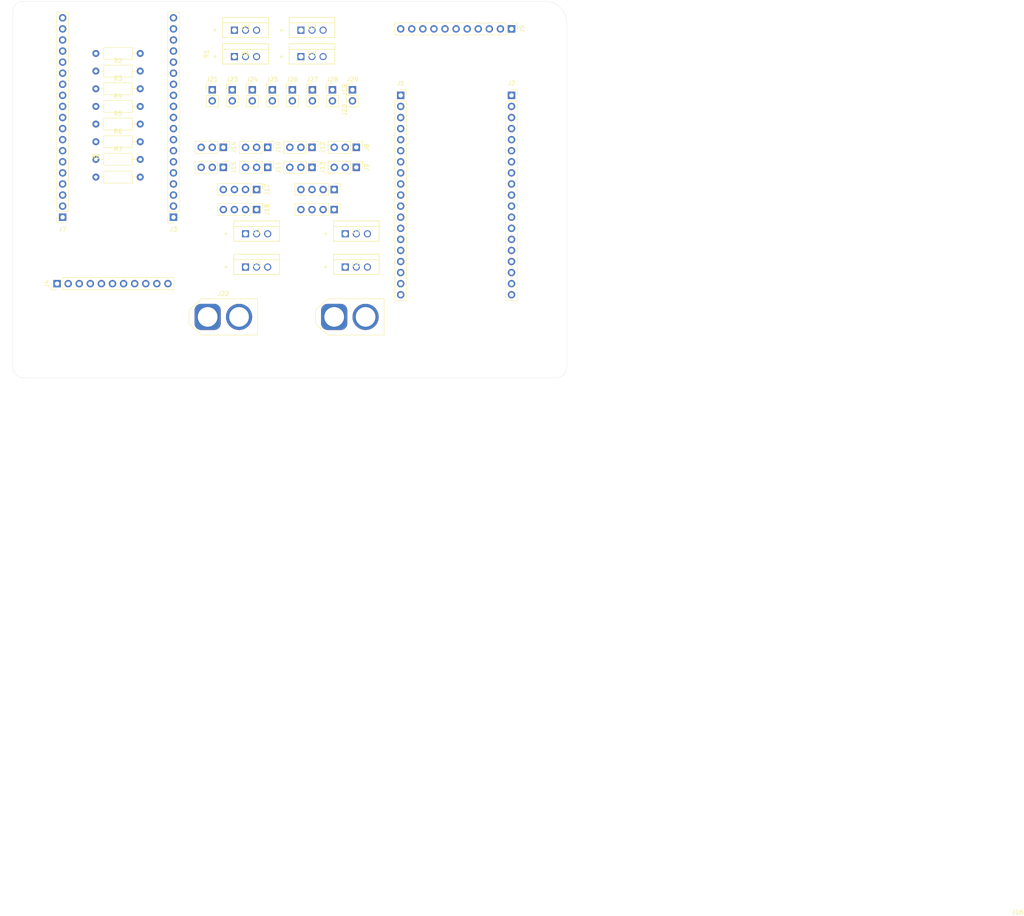
<source format=kicad_pcb>
(kicad_pcb (version 20241229) (generator "pcbnew") (generator_version "9.0")
  (layers (0 "F.Cu" signal) (2 "B.Cu" signal) (13 "F.Paste" user) (15 "B.Paste" user) (5 "F.SilkS" user "F.Silkscreen") (7 "B.SilkS" user "B.Silkscreen") (1 "F.Mask" user) (3 "B.Mask" user) (25 "Edge.Cuts" user))
  (net 0 "")
  (net 1 "0_GPIO25")
  (net 2 "0_GPIO13")
  (net 3 "0_GPIO12")
  (net 4 "0_GPIO26")
  (net 5 "0_GPIO35")
  (net 6 "0_GPIO33")
  (net 7 "0_EN")
  (net 8 "0_+3V3")
  (net 9 "0_GPIO39")
  (net 10 "0_GPIO32")
  (net 11 "GND")
  (net 12 "0_GPIO27")
  (net 13 "0_GPIO14")
  (net 14 "0_GPIO9")
  (net 15 "0_GPIO34")
  (net 16 "0_GPIO10")
  (net 17 "0_GPIO11")
  (net 18 "0_GPIO36")
  (net 19 "0_+5V")
  (net 20 "0_GPIO23")
  (net 21 "0_GPIO3")
  (net 22 "0_GPIO17")
  (net 23 "0_GPIO19")
  (net 24 "0_GPIO18")
  (net 25 "0_GPIO5")
  (net 26 "0_GPIO16")
  (net 27 "0_GPIO0")
  (net 28 "0_GPIO4")
  (net 29 "0_GPIO21")
  (net 30 "0_GPIO8")
  (net 31 "0_GPIO6")
  (net 32 "0_GPIO15")
  (net 33 "0_GPIO22")
  (net 34 "0_GPIO1")
  (net 35 "0_GPIO2")
  (net 36 "0_GPIO7")
  (net 37 "1_GPIO10")
  (net 38 "1_GPIO25")
  (net 39 "1_GPIO11")
  (net 40 "1_+5V")
  (net 41 "1_GPIO27")
  (net 42 "1_GPIO33")
  (net 43 "1_EN")
  (net 44 "1_GPIO36")
  (net 45 "1_GPIO13")
  (net 46 "1_GPIO35")
  (net 47 "1_GPIO32")
  (net 48 "1_GPIO39")
  (net 49 "1_GPIO34")
  (net 50 "1_GPIO26")
  (net 51 "1_GPIO12")
  (net 52 "1_GPIO9")
  (net 53 "1_+3V3")
  (net 54 "1_GPIO14")
  (net 65 "1_GPIO5")
  (net 66 "1_GPIO7")
  (net 67 "1_GPIO6")
  (net 68 "1_GPIO4")
  (net 69 "1_GPIO18")
  (net 70 "1_GPIO22")
  (net 71 "1_GPIO16")
  (net 72 "1_GPIO2")
  (net 73 "1_GPIO19")
  (net 74 "1_GPIO8")
  (net 75 "1_GPIO21")
  (net 76 "1_GPIO17")
  (net 77 "1_GPIO0")
  (net 78 "1_GZPIO3")
  (net 79 "1_GPIO15")
  (net 80 "1_GPIO1")
  (net 81 "1_GPIO23")
  (net 82 "+_servo")
  (net 83 "Net-(J21-Pin_1)")
  (net 84 "+_SV")
  (net 85 "Net-(J23-Pin_1)")
  (net 86 "Net-(J24-Pin_1)")
  (net 87 "Net-(J25-Pin_1)")
  (net 88 "Net-(J26-Pin_1)")
  (net 89 "Net-(J27-Pin_1)")
  (net 90 "Net-(J28-Pin_1)")
  (net 91 "Net-(J29-Pin_1)")
  (net 92 "Net-(U1-G)")
  (net 93 "Net-(U2-G)")
  (net 94 "Net-(U3-G)")
  (net 95 "Net-(U4-G)")
  (net 96 "Net-(U5-G)")
  (net 97 "Net-(U6-G)")
  (net 98 "Net-(U7-G)")
  (net 99 "Net-(U8-G)")
  (footprint "Resistor_THT:R_Axial_DIN0207_L6.3mm_D2.5mm_P10.16mm_Horizontal" (layer "F.Cu") (at 128.27 84.54)
    (property "Reference" "R7" (at 5.08 -2.37 0) (layer "F.SilkS"))
    (property "Value" "R")
    (pad "1" thru_hole circle (at 0 0) (size 1.6 1.6) (drill 0.8) (layers "*.Cu" "*.Mask") (net 98 "Net-(U7-G)"))
    (pad "2" thru_hole circle (at 10.16 0) (size 1.6 1.6) (drill 0.8) (layers "*.Cu" "*.Mask") (net 71 "1_GPIO16"))
  )
  (footprint "Resistor_THT:R_Axial_DIN0207_L6.3mm_D2.5mm_P10.16mm_Horizontal" (layer "F.Cu") (at 128.27 80.49)
    (property "Reference" "R6" (at 5.08 -2.37 0) (layer "F.SilkS"))
    (property "Value" "R")
    (pad "1" thru_hole circle (at 0 0) (size 1.6 1.6) (drill 0.8) (layers "*.Cu" "*.Mask") (net 97 "Net-(U6-G)"))
    (pad "2" thru_hole circle (at 10.16 0) (size 1.6 1.6) (drill 0.8) (layers "*.Cu" "*.Mask") (net 76 "1_GPIO17"))
  )
  (footprint "Connector_PinHeader_2.54mm:PinHeader_1x03_P2.54mm_Vertical" (layer "F.Cu") (at 177.8 81.77 -90)
    (property "Reference" "J12" (at 0 -2.38 90) (layer "F.SilkS"))
    (property "Value" "Conn_01x03_Pin")
    (pad "1" thru_hole rect (at 0 0 270) (size 1.7 1.7) (drill 1) (layers "*.Cu" "*.Mask") (net 54 "1_GPIO14"))
    (pad "2" thru_hole circle (at 0 2.54 270) (size 1.7 1.7) (drill 1) (layers "*.Cu" "*.Mask") (net 82 "+_servo"))
    (pad "3" thru_hole circle (at 0 5.08 270) (size 1.7 1.7) (drill 1) (layers "*.Cu" "*.Mask") (net 11 "GND"))
  )
  (footprint "Connector_PinHeader_2.54mm:PinHeader_1x02_P2.54mm_Vertical" (layer "F.Cu") (at 187.07 68.58)
    (property "Reference" "J29" (at 0 -2.38 0) (layer "F.SilkS"))
    (property "Value" "Conn_01x02_Pin")
    (pad "1" thru_hole rect (at 0 0) (size 1.7 1.7) (drill 1) (layers "*.Cu" "*.Mask") (net 91 "Net-(J29-Pin_1)"))
    (pad "2" thru_hole circle (at 0 2.54) (size 1.7 1.7) (drill 1) (layers "*.Cu" "*.Mask") (net 84 "+_SV"))
  )
  (footprint "Connector_PinHeader_2.54mm:PinHeader_1x11_P2.54mm_Vertical" (layer "F.Cu") (at 119.38 113.03 90)
    (property "Reference" "J4" (at 0 -2.38 90) (layer "F.SilkS"))
    (property "Value" "Conn_01x11_Pin")
    (pad "1" thru_hole rect (at 0 0 90) (size 1.7 1.7) (drill 1) (layers "*.Cu" "*.Mask") (net 11 "GND"))
    (pad "2" thru_hole circle (at 0 2.54 90) (size 1.7 1.7) (drill 1) (layers "*.Cu" "*.Mask"))
    (pad "3" thru_hole circle (at 0 5.08 90) (size 1.7 1.7) (drill 1) (layers "*.Cu" "*.Mask") (net 11 "GND"))
    (pad "4" thru_hole circle (at 0 7.62 90) (size 1.7 1.7) (drill 1) (layers "*.Cu" "*.Mask"))
    (pad "5" thru_hole circle (at 0 10.16 90) (size 1.7 1.7) (drill 1) (layers "*.Cu" "*.Mask") (net 6 "0_GPIO33"))
    (pad "6" thru_hole circle (at 0 12.7 90) (size 1.7 1.7) (drill 1) (layers "*.Cu" "*.Mask"))
    (pad "7" thru_hole circle (at 0 15.24 90) (size 1.7 1.7) (drill 1) (layers "*.Cu" "*.Mask") (net 4 "0_GPIO26"))
    (pad "8" thru_hole circle (at 0 17.78 90) (size 1.7 1.7) (drill 1) (layers "*.Cu" "*.Mask"))
    (pad "9" thru_hole circle (at 0 20.32 90) (size 1.7 1.7) (drill 1) (layers "*.Cu" "*.Mask") (net 10 "0_GPIO32"))
    (pad "10" thru_hole circle (at 0 22.86 90) (size 1.7 1.7) (drill 1) (layers "*.Cu" "*.Mask"))
    (pad "11" thru_hole circle (at 0 25.4 90) (size 1.7 1.7) (drill 1) (layers "*.Cu" "*.Mask") (net 1 "0_GPIO25"))
  )
  (footprint "footprints:PG-TO220-3_INF" (layer "F.Cu") (at 175.26 54.9054)
    (property "Reference" "U7" (at 2.54 -0.6223 0) (layer "F.SilkS"))
    (property "Value" "IRLB3813PBF")
    (pad "1" thru_hole rect (at 0 0) (size 1.6256 1.6256) (drill 1.1176) (layers "*.Cu" "*.Mask") (net 98 "Net-(U7-G)"))
    (pad "2" thru_hole circle (at 2.54 0) (size 1.6256 1.6256) (drill 1.1176) (layers "*.Cu" "*.Mask") (net 90 "Net-(J28-Pin_1)"))
    (pad "3" thru_hole circle (at 5.08 0) (size 1.6256 1.6256) (drill 1.1176) (layers "*.Cu" "*.Mask") (net 11 "GND"))
  )
  (footprint "Connector_AMASS:AMASS_XT60-F_1x02_P7.20mm_Vertical" (layer "F.Cu") (at 153.88 120.65)
    (property "Reference" "J22" (at 3.6 -5.3 0) (layer "F.SilkS"))
    (property "Value" "XT60-M")
    (pad "1" thru_hole roundrect (at 0 0) (size 6 6) (drill 4.5) (layers "*.Cu" "*.Mask"))
    (pad "2" thru_hole circle (at 7.2 0) (size 6 6) (drill 4.5) (layers "*.Cu" "*.Mask"))
  )
  (footprint "footprints:PG-TO220-3_INF" (layer "F.Cu") (at 185.42 101.6)
    (property "Reference" "U2" (at 2.54 -0.6223 0) (layer "F.SilkS"))
    (property "Value" "IRLB3813PBF")
    (pad "1" thru_hole rect (at 0 0) (size 1.6256 1.6256) (drill 1.1176) (layers "*.Cu" "*.Mask") (net 93 "Net-(U2-G)"))
    (pad "2" thru_hole circle (at 2.54 0) (size 1.6256 1.6256) (drill 1.1176) (layers "*.Cu" "*.Mask") (net 85 "Net-(J23-Pin_1)"))
    (pad "3" thru_hole circle (at 5.08 0) (size 1.6256 1.6256) (drill 1.1176) (layers "*.Cu" "*.Mask") (net 11 "GND"))
  )
  (footprint "footprints:PG-TO220-3_INF" (layer "F.Cu") (at 162.56 109.22)
    (property "Reference" "U5" (at 2.54 -0.6223 0) (layer "F.SilkS"))
    (property "Value" "IRLB3813PBF")
    (pad "1" thru_hole rect (at 0 0) (size 1.6256 1.6256) (drill 1.1176) (layers "*.Cu" "*.Mask") (net 96 "Net-(U5-G)"))
    (pad "2" thru_hole circle (at 2.54 0) (size 1.6256 1.6256) (drill 1.1176) (layers "*.Cu" "*.Mask") (net 88 "Net-(J26-Pin_1)"))
    (pad "3" thru_hole circle (at 5.08 0) (size 1.6256 1.6256) (drill 1.1176) (layers "*.Cu" "*.Mask") (net 11 "GND"))
  )
  (footprint "footprints:PG-TO220-3_INF" (layer "F.Cu") (at 185.42 109.22)
    (property "Reference" "U6" (at 2.54 -0.6223 0) (layer "F.SilkS"))
    (property "Value" "IRLB3813PBF")
    (pad "1" thru_hole rect (at 0 0) (size 1.6256 1.6256) (drill 1.1176) (layers "*.Cu" "*.Mask") (net 97 "Net-(U6-G)"))
    (pad "2" thru_hole circle (at 2.54 0) (size 1.6256 1.6256) (drill 1.1176) (layers "*.Cu" "*.Mask") (net 89 "Net-(J27-Pin_1)"))
    (pad "3" thru_hole circle (at 5.08 0) (size 1.6256 1.6256) (drill 1.1176) (layers "*.Cu" "*.Mask") (net 11 "GND"))
  )
  (footprint "Resistor_THT:R_Axial_DIN0207_L6.3mm_D2.5mm_P10.16mm_Horizontal" (layer "F.Cu") (at 128.27 68.34)
    (property "Reference" "R3" (at 5.08 -2.37 0) (layer "F.SilkS"))
    (property "Value" "R")
    (pad "1" thru_hole circle (at 0 0) (size 1.6 1.6) (drill 0.8) (layers "*.Cu" "*.Mask") (net 94 "Net-(U3-G)"))
    (pad "2" thru_hole circle (at 10.16 0) (size 1.6 1.6) (drill 0.8) (layers "*.Cu" "*.Mask") (net 73 "1_GPIO19"))
  )
  (footprint "footprints:PG-TO220-3_INF" (layer "F.Cu") (at 160.02 54.9054)
    (property "Reference" "U3" (at 2.54 -0.6223 0) (layer "F.SilkS"))
    (property "Value" "IRLB3813PBF")
    (pad "1" thru_hole rect (at 0 0) (size 1.6256 1.6256) (drill 1.1176) (layers "*.Cu" "*.Mask") (net 94 "Net-(U3-G)"))
    (pad "2" thru_hole circle (at 2.54 0) (size 1.6256 1.6256) (drill 1.1176) (layers "*.Cu" "*.Mask") (net 86 "Net-(J24-Pin_1)"))
    (pad "3" thru_hole circle (at 5.08 0) (size 1.6256 1.6256) (drill 1.1176) (layers "*.Cu" "*.Mask") (net 11 "GND"))
  )
  (footprint "Resistor_THT:R_Axial_DIN0207_L6.3mm_D2.5mm_P10.16mm_Horizontal" (layer "F.Cu") (at 128.27 64.29)
    (property "Reference" "R2" (at 5.08 -2.37 0) (layer "F.SilkS"))
    (property "Value" "R")
    (pad "1" thru_hole circle (at 0 0) (size 1.6 1.6) (drill 0.8) (layers "*.Cu" "*.Mask") (net 93 "Net-(U2-G)"))
    (pad "2" thru_hole circle (at 10.16 0) (size 1.6 1.6) (drill 0.8) (layers "*.Cu" "*.Mask") (net 75 "1_GPIO21"))
  )
  (footprint "Connector_PinHeader_2.54mm:PinHeader_1x03_P2.54mm_Vertical" (layer "F.Cu") (at 167.64 86.36 -90)
    (property "Reference" "J11" (at 0 -2.38 90) (layer "F.SilkS"))
    (property "Value" "Conn_01x03_Pin")
    (pad "1" thru_hole rect (at 0 0 270) (size 1.7 1.7) (drill 1) (layers "*.Cu" "*.Mask") (net 41 "1_GPIO27"))
    (pad "2" thru_hole circle (at 0 2.54 270) (size 1.7 1.7) (drill 1) (layers "*.Cu" "*.Mask") (net 82 "+_servo"))
    (pad "3" thru_hole circle (at 0 5.08 270) (size 1.7 1.7) (drill 1) (layers "*.Cu" "*.Mask") (net 11 "GND"))
  )
  (footprint "Connector_PinHeader_2.54mm:PinHeader_1x03_P2.54mm_Vertical" (layer "F.Cu") (at 187.96 86.36 -90)
    (property "Reference" "J9" (at 0 -2.38 90) (layer "F.SilkS"))
    (property "Value" "Conn_01x03_Pin")
    (pad "1" thru_hole rect (at 0 0 270) (size 1.7 1.7) (drill 1) (layers "*.Cu" "*.Mask") (net 42 "1_GPIO33"))
    (pad "2" thru_hole circle (at 0 2.54 270) (size 1.7 1.7) (drill 1) (layers "*.Cu" "*.Mask") (net 82 "+_servo"))
    (pad "3" thru_hole circle (at 0 5.08 270) (size 1.7 1.7) (drill 1) (layers "*.Cu" "*.Mask") (net 11 "GND"))
  )
  (footprint "Connector_PinHeader_2.54mm:PinHeader_1x04_P2.54mm_Vertical" (layer "F.Cu") (at 165.1 91.44 -90)
    (property "Reference" "J17" (at 0 -2.38 90) (layer "F.SilkS"))
    (property "Value" "Conn_01x04_Pin")
    (pad "1" thru_hole rect (at 0 0 270) (size 1.7 1.7) (drill 1) (layers "*.Cu" "*.Mask") (net 22 "0_GPIO17"))
    (pad "2" thru_hole circle (at 0 2.54 270) (size 1.7 1.7) (drill 1) (layers "*.Cu" "*.Mask") (net 8 "0_+3V3"))
    (pad "3" thru_hole circle (at 0 5.08 270) (size 1.7 1.7) (drill 1) (layers "*.Cu" "*.Mask") (net 24 "0_GPIO18"))
    (pad "4" thru_hole circle (at 0 7.62 270) (size 1.7 1.7) (drill 1) (layers "*.Cu" "*.Mask") (net 11 "GND"))
  )
  (footprint "Connector_PinHeader_2.54mm:PinHeader_1x02_P2.54mm_Vertical" (layer "F.Cu") (at 159.53 68.58)
    (property "Reference" "J23" (at 0 -2.38 0) (layer "F.SilkS"))
    (property "Value" "Conn_01x02_Pin")
    (pad "1" thru_hole rect (at 0 0) (size 1.7 1.7) (drill 1) (layers "*.Cu" "*.Mask") (net 85 "Net-(J23-Pin_1)"))
    (pad "2" thru_hole circle (at 0 2.54) (size 1.7 1.7) (drill 1) (layers "*.Cu" "*.Mask") (net 84 "+_SV"))
  )
  (footprint "Connector_PinHeader_2.54mm:PinHeader_1x02_P2.54mm_Vertical" (layer "F.Cu") (at 177.89 68.58)
    (property "Reference" "J27" (at 0 -2.38 0) (layer "F.SilkS"))
    (property "Value" "Conn_01x02_Pin")
    (pad "1" thru_hole rect (at 0 0) (size 1.7 1.7) (drill 1) (layers "*.Cu" "*.Mask") (net 89 "Net-(J27-Pin_1)"))
    (pad "2" thru_hole circle (at 0 2.54) (size 1.7 1.7) (drill 1) (layers "*.Cu" "*.Mask") (net 84 "+_SV"))
  )
  (footprint "Connector_PinHeader_2.54mm:PinHeader_1x02_P2.54mm_Vertical" (layer "F.Cu") (at 168.71 68.58)
    (property "Reference" "J25" (at 0 -2.38 0) (layer "F.SilkS"))
    (property "Value" "Conn_01x02_Pin")
    (pad "1" thru_hole rect (at 0 0) (size 1.7 1.7) (drill 1) (layers "*.Cu" "*.Mask") (net 87 "Net-(J25-Pin_1)"))
    (pad "2" thru_hole circle (at 0 2.54) (size 1.7 1.7) (drill 1) (layers "*.Cu" "*.Mask") (net 84 "+_SV"))
  )
  (footprint "Resistor_THT:R_Axial_DIN0207_L6.3mm_D2.5mm_P10.16mm_Horizontal" (layer "F.Cu") (at 128.27 60.24)
    (property "Reference" "R1" (at 25.34 0.11 270) (layer "F.SilkS"))
    (property "Value" "R")
    (pad "1" thru_hole circle (at 0 0) (size 1.6 1.6) (drill 0.8) (layers "*.Cu" "*.Mask") (net 92 "Net-(U1-G)"))
    (pad "2" thru_hole circle (at 10.16 0) (size 1.6 1.6) (drill 0.8) (layers "*.Cu" "*.Mask") (net 70 "1_GPIO22"))
  )
  (footprint "Connector_PinHeader_2.54mm:PinHeader_1x02_P2.54mm_Vertical" (layer "F.Cu") (at 164.12 68.58)
    (property "Reference" "J24" (at 0 -2.38 0) (layer "F.SilkS"))
    (property "Value" "Conn_01x02_Pin")
    (pad "1" thru_hole rect (at 0 0) (size 1.7 1.7) (drill 1) (layers "*.Cu" "*.Mask") (net 86 "Net-(J24-Pin_1)"))
    (pad "2" thru_hole circle (at 0 2.54) (size 1.7 1.7) (drill 1) (layers "*.Cu" "*.Mask") (net 84 "+_SV"))
  )
  (footprint "Connector_PinHeader_2.54mm:PinHeader_1x04_P2.54mm_Vertical" (layer "F.Cu") (at 182.88 96.03 -90)
    (property "Reference" "J20" (at -22.86 -2.38 90) (layer "F.SilkS"))
    (property "Value" "Conn_01x04_Pin")
    (pad "1" thru_hole rect (at 0 0 270) (size 1.7 1.7) (drill 1) (layers "*.Cu" "*.Mask") (net 20 "0_GPIO23"))
    (pad "2" thru_hole circle (at 0 2.54 270) (size 1.7 1.7) (drill 1) (layers "*.Cu" "*.Mask") (net 8 "0_+3V3"))
    (pad "3" thru_hole circle (at 0 5.08 270) (size 1.7 1.7) (drill 1) (layers "*.Cu" "*.Mask") (net 33 "0_GPIO22"))
    (pad "4" thru_hole circle (at 0 7.62 270) (size 1.7 1.7) (drill 1) (layers "*.Cu" "*.Mask") (net 11 "GND"))
  )
  (footprint "Connector_PinHeader_2.54mm:PinHeader_1x03_P2.54mm_Vertical" (layer "F.Cu") (at 187.96 81.77 -90)
    (property "Reference" "J8" (at 0 -2.38 90) (layer "F.SilkS"))
    (property "Value" "Conn_01x03_Pin")
    (pad "1" thru_hole rect (at 0 0 270) (size 1.7 1.7) (drill 1) (layers "*.Cu" "*.Mask") (net 47 "1_GPIO32"))
    (pad "2" thru_hole circle (at 0 2.54 270) (size 1.7 1.7) (drill 1) (layers "*.Cu" "*.Mask") (net 82 "+_servo"))
    (pad "3" thru_hole circle (at 0 5.08 270) (size 1.7 1.7) (drill 1) (layers "*.Cu" "*.Mask") (net 11 "GND"))
  )
  (footprint "Connector_PinSocket_2.54mm:PinSocket_1x19_P2.54mm_Vertical" (layer "F.Cu") (at 198.12 69.85)
    (property "Reference" "J1" (at 0 -2.77 0) (layer "F.SilkS"))
    (property "Value" "Conn_01x19")
    (pad "1" thru_hole rect (at 0 0) (size 1.7 1.7) (drill 1) (layers "*.Cu" "*.Mask") (net 8 "0_+3V3"))
    (pad "2" thru_hole circle (at 0 2.54) (size 1.7 1.7) (drill 1) (layers "*.Cu" "*.Mask") (net 7 "0_EN"))
    (pad "3" thru_hole circle (at 0 5.08) (size 1.7 1.7) (drill 1) (layers "*.Cu" "*.Mask") (net 18 "0_GPIO36"))
    (pad "4" thru_hole circle (at 0 7.62) (size 1.7 1.7) (drill 1) (layers "*.Cu" "*.Mask") (net 9 "0_GPIO39"))
    (pad "5" thru_hole circle (at 0 10.16) (size 1.7 1.7) (drill 1) (layers "*.Cu" "*.Mask") (net 15 "0_GPIO34"))
    (pad "6" thru_hole circle (at 0 12.7) (size 1.7 1.7) (drill 1) (layers "*.Cu" "*.Mask") (net 5 "0_GPIO35"))
    (pad "7" thru_hole circle (at 0 15.24) (size 1.7 1.7) (drill 1) (layers "*.Cu" "*.Mask") (net 10 "0_GPIO32"))
    (pad "8" thru_hole circle (at 0 17.78) (size 1.7 1.7) (drill 1) (layers "*.Cu" "*.Mask") (net 6 "0_GPIO33"))
    (pad "9" thru_hole circle (at 0 20.32) (size 1.7 1.7) (drill 1) (layers "*.Cu" "*.Mask") (net 1 "0_GPIO25"))
    (pad "10" thru_hole circle (at 0 22.86) (size 1.7 1.7) (drill 1) (layers "*.Cu" "*.Mask") (net 4 "0_GPIO26"))
    (pad "11" thru_hole circle (at 0 25.4) (size 1.7 1.7) (drill 1) (layers "*.Cu" "*.Mask") (net 12 "0_GPIO27"))
    (pad "12" thru_hole circle (at 0 27.94) (size 1.7 1.7) (drill 1) (layers "*.Cu" "*.Mask") (net 13 "0_GPIO14"))
    (pad "13" thru_hole circle (at 0 30.48) (size 1.7 1.7) (drill 1) (layers "*.Cu" "*.Mask") (net 3 "0_GPIO12"))
    (pad "14" thru_hole circle (at 0 33.02) (size 1.7 1.7) (drill 1) (layers "*.Cu" "*.Mask") (net 11 "GND"))
    (pad "15" thru_hole circle (at 0 35.56) (size 1.7 1.7) (drill 1) (layers "*.Cu" "*.Mask") (net 2 "0_GPIO13"))
    (pad "16" thru_hole circle (at 0 38.1) (size 1.7 1.7) (drill 1) (layers "*.Cu" "*.Mask") (net 14 "0_GPIO9"))
    (pad "17" thru_hole circle (at 0 40.64) (size 1.7 1.7) (drill 1) (layers "*.Cu" "*.Mask") (net 16 "0_GPIO10"))
    (pad "18" thru_hole circle (at 0 43.18) (size 1.7 1.7) (drill 1) (layers "*.Cu" "*.Mask") (net 17 "0_GPIO11"))
    (pad "19" thru_hole circle (at 0 45.72) (size 1.7 1.7) (drill 1) (layers "*.Cu" "*.Mask") (net 19 "0_+5V"))
  )
  (footprint "Connector_PinSocket_2.54mm:PinSocket_1x19_P2.54mm_Vertical" (layer "F.Cu") (at 223.52 69.85)
    (property "Reference" "J2" (at 0 -2.77 0) (layer "F.SilkS"))
    (property "Value" "Conn_01x19")
    (pad "1" thru_hole rect (at 0 0) (size 1.7 1.7) (drill 1) (layers "*.Cu" "*.Mask") (net 11 "GND"))
    (pad "2" thru_hole circle (at 0 2.54) (size 1.7 1.7) (drill 1) (layers "*.Cu" "*.Mask") (net 20 "0_GPIO23"))
    (pad "3" thru_hole circle (at 0 5.08) (size 1.7 1.7) (drill 1) (layers "*.Cu" "*.Mask") (net 33 "0_GPIO22"))
    (pad "4" thru_hole circle (at 0 7.62) (size 1.7 1.7) (drill 1) (layers "*.Cu" "*.Mask") (net 34 "0_GPIO1"))
    (pad "5" thru_hole circle (at 0 10.16) (size 1.7 1.7) (drill 1) (layers "*.Cu" "*.Mask") (net 21 "0_GPIO3"))
    (pad "6" thru_hole circle (at 0 12.7) (size 1.7 1.7) (drill 1) (layers "*.Cu" "*.Mask") (net 29 "0_GPIO21"))
    (pad "7" thru_hole circle (at 0 15.24) (size 1.7 1.7) (drill 1) (layers "*.Cu" "*.Mask") (net 11 "GND"))
    (pad "8" thru_hole circle (at 0 17.78) (size 1.7 1.7) (drill 1) (layers "*.Cu" "*.Mask") (net 23 "0_GPIO19"))
    (pad "9" thru_hole circle (at 0 20.32) (size 1.7 1.7) (drill 1) (layers "*.Cu" "*.Mask") (net 24 "0_GPIO18"))
    (pad "10" thru_hole circle (at 0 22.86) (size 1.7 1.7) (drill 1) (layers "*.Cu" "*.Mask") (net 25 "0_GPIO5"))
    (pad "11" thru_hole circle (at 0 25.4) (size 1.7 1.7) (drill 1) (layers "*.Cu" "*.Mask") (net 22 "0_GPIO17"))
    (pad "12" thru_hole circle (at 0 27.94) (size 1.7 1.7) (drill 1) (layers "*.Cu" "*.Mask") (net 26 "0_GPIO16"))
    (pad "13" thru_hole circle (at 0 30.48) (size 1.7 1.7) (drill 1) (layers "*.Cu" "*.Mask") (net 28 "0_GPIO4"))
    (pad "14" thru_hole circle (at 0 33.02) (size 1.7 1.7) (drill 1) (layers "*.Cu" "*.Mask") (net 27 "0_GPIO0"))
    (pad "15" thru_hole circle (at 0 35.56) (size 1.7 1.7) (drill 1) (layers "*.Cu" "*.Mask") (net 35 "0_GPIO2"))
    (pad "16" thru_hole circle (at 0 38.1) (size 1.7 1.7) (drill 1) (layers "*.Cu" "*.Mask") (net 32 "0_GPIO15"))
    (pad "17" thru_hole circle (at 0 40.64) (size 1.7 1.7) (drill 1) (layers "*.Cu" "*.Mask") (net 30 "0_GPIO8"))
    (pad "18" thru_hole circle (at 0 43.18) (size 1.7 1.7) (drill 1) (layers "*.Cu" "*.Mask") (net 36 "0_GPIO7"))
    (pad "19" thru_hole circle (at 0 45.72) (size 1.7 1.7) (drill 1) (layers "*.Cu" "*.Mask") (net 31 "0_GPIO6"))
  )
  (footprint "footprints:PG-TO220-3_INF" (layer "F.Cu") (at 175.26 60.96)
    (property "Reference" "U8" (at 2.54 -0.6223 0) (layer "F.SilkS"))
    (property "Value" "IRLB3813PBF")
    (pad "1" thru_hole rect (at 0 0) (size 1.6256 1.6256) (drill 1.1176) (layers "*.Cu" "*.Mask") (net 99 "Net-(U8-G)"))
    (pad "2" thru_hole circle (at 2.54 0) (size 1.6256 1.6256) (drill 1.1176) (layers "*.Cu" "*.Mask") (net 91 "Net-(J29-Pin_1)"))
    (pad "3" thru_hole circle (at 5.08 0) (size 1.6256 1.6256) (drill 1.1176) (layers "*.Cu" "*.Mask") (net 11 "GND"))
  )
  (footprint "Connector_PinHeader_2.54mm:PinHeader_1x02_P2.54mm_Vertical" (layer "F.Cu") (at 154.94 68.58)
    (property "Reference" "J21" (at 0 -2.38 0) (layer "F.SilkS"))
    (property "Value" "Conn_01x02_Pin")
    (pad "1" thru_hole rect (at 0 0) (size 1.7 1.7) (drill 1) (layers "*.Cu" "*.Mask") (net 83 "Net-(J21-Pin_1)"))
    (pad "2" thru_hole circle (at 0 2.54) (size 1.7 1.7) (drill 1) (layers "*.Cu" "*.Mask") (net 84 "+_SV"))
  )
  (footprint "Connector_PinHeader_2.54mm:PinHeader_1x04_P2.54mm_Vertical" (layer "F.Cu") (at 182.88 91.44 -90)
    (property "Reference" "J19" (at -22.86 -2.38 90) (layer "F.SilkS"))
    (property "Value" "Conn_01x04_Pin")
    (pad "1" thru_hole rect (at 0 0 270) (size 1.7 1.7) (drill 1) (layers "*.Cu" "*.Mask") (net 23 "0_GPIO19"))
    (pad "2" thru_hole circle (at 0 2.54 270) (size 1.7 1.7) (drill 1) (layers "*.Cu" "*.Mask") (net 8 "0_+3V3"))
    (pad "3" thru_hole circle (at 0 5.08 270) (size 1.7 1.7) (drill 1) (layers "*.Cu" "*.Mask") (net 32 "0_GPIO15"))
    (pad "4" thru_hole circle (at 0 7.62 270) (size 1.7 1.7) (drill 1) (layers "*.Cu" "*.Mask") (net 11 "GND"))
  )
  (footprint "Connector_PinHeader_2.54mm:PinHeader_1x04_P2.54mm_Vertical" (layer "F.Cu") (at 165.1 96.03 -90)
    (property "Reference" "J18" (at 0 -2.38 90) (layer "F.SilkS"))
    (property "Value" "Conn_01x04_Pin")
    (pad "1" thru_hole rect (at 0 0 270) (size 1.7 1.7) (drill 1) (layers "*.Cu" "*.Mask") (net 35 "0_GPIO2"))
    (pad "2" thru_hole circle (at 0 2.54 270) (size 1.7 1.7) (drill 1) (layers "*.Cu" "*.Mask") (net 8 "0_+3V3"))
    (pad "3" thru_hole circle (at 0 5.08 270) (size 1.7 1.7) (drill 1) (layers "*.Cu" "*.Mask") (net 26 "0_GPIO16"))
    (pad "4" thru_hole circle (at 0 7.62 270) (size 1.7 1.7) (drill 1) (layers "*.Cu" "*.Mask") (net 11 "GND"))
  )
  (footprint "Connector_PinHeader_2.54mm:PinHeader_1x02_P2.54mm_Vertical" (layer "F.Cu") (at 182.48 68.58)
    (property "Reference" "J28" (at 0 -2.38 0) (layer "F.SilkS"))
    (property "Value" "Conn_01x02_Pin")
    (pad "1" thru_hole rect (at 0 0) (size 1.7 1.7) (drill 1) (layers "*.Cu" "*.Mask") (net 90 "Net-(J28-Pin_1)"))
    (pad "2" thru_hole circle (at 0 2.54) (size 1.7 1.7) (drill 1) (layers "*.Cu" "*.Mask") (net 84 "+_SV"))
  )
  (footprint "Connector_PinHeader_2.54mm:PinHeader_1x03_P2.54mm_Vertical" (layer "F.Cu") (at 177.8 86.36 -90)
    (property "Reference" "J13" (at 0 -2.38 90) (layer "F.SilkS"))
    (property "Value" "Conn_01x03_Pin")
    (pad "1" thru_hole rect (at 0 0 270) (size 1.7 1.7) (drill 1) (layers "*.Cu" "*.Mask") (net 51 "1_GPIO12"))
    (pad "2" thru_hole circle (at 0 2.54 270) (size 1.7 1.7) (drill 1) (layers "*.Cu" "*.Mask") (net 82 "+_servo"))
    (pad "3" thru_hole circle (at 0 5.08 270) (size 1.7 1.7) (drill 1) (layers "*.Cu" "*.Mask") (net 11 "GND"))
  )
  (footprint "Resistor_THT:R_Axial_DIN0207_L6.3mm_D2.5mm_P10.16mm_Horizontal" (layer "F.Cu") (at 128.27 88.59)
    (property "Reference" "R8" (at 0 -4.74 0) (layer "F.SilkS"))
    (property "Value" "R")
    (pad "1" thru_hole circle (at 0 0) (size 1.6 1.6) (drill 0.8) (layers "*.Cu" "*.Mask") (net 99 "Net-(U8-G)"))
    (pad "2" thru_hole circle (at 10.16 0) (size 1.6 1.6) (drill 0.8) (layers "*.Cu" "*.Mask") (net 72 "1_GPIO2"))
  )
  (footprint "footprints:PG-TO220-3_INF" (layer "F.Cu") (at 162.56 101.6)
    (property "Reference" "U1" (at 2.54 -0.6223 0) (layer "F.SilkS"))
    (property "Value" "IRLB3813PBF")
    (pad "1" thru_hole rect (at 0 0) (size 1.6256 1.6256) (drill 1.1176) (layers "*.Cu" "*.Mask") (net 92 "Net-(U1-G)"))
    (pad "2" thru_hole circle (at 2.54 0) (size 1.6256 1.6256) (drill 1.1176) (layers "*.Cu" "*.Mask") (net 83 "Net-(J21-Pin_1)"))
    (pad "3" thru_hole circle (at 5.08 0) (size 1.6256 1.6256) (drill 1.1176) (layers "*.Cu" "*.Mask") (net 11 "GND"))
  )
  (footprint "Connector_PinSocket_2.54mm:PinSocket_1x19_P2.54mm_Vertical" (layer "F.Cu") (at 146.05 97.79 180)
    (property "Reference" "J3" (at 0 -2.77 0) (layer "F.SilkS"))
    (property "Value" "Conn_01x19")
    (pad "1" thru_hole rect (at 0 0 180) (size 1.7 1.7) (drill 1) (layers "*.Cu" "*.Mask") (net 53 "1_+3V3"))
    (pad "2" thru_hole circle (at 0 2.54 180) (size 1.7 1.7) (drill 1) (layers "*.Cu" "*.Mask") (net 43 "1_EN"))
    (pad "3" thru_hole circle (at 0 5.08 180) (size 1.7 1.7) (drill 1) (layers "*.Cu" "*.Mask") (net 44 "1_GPIO36"))
    (pad "4" thru_hole circle (at 0 7.62 180) (size 1.7 1.7) (drill 1) (layers "*.Cu" "*.Mask") (net 48 "1_GPIO39"))
    (pad "5" thru_hole circle (at 0 10.16 180) (size 1.7 1.7) (drill 1) (layers "*.Cu" "*.Mask") (net 49 "1_GPIO34"))
    (pad "6" thru_hole circle (at 0 12.7 180) (size 1.7 1.7) (drill 1) (layers "*.Cu" "*.Mask") (net 46 "1_GPIO35"))
    (pad "7" thru_hole circle (at 0 15.24 180) (size 1.7 1.7) (drill 1) (layers "*.Cu" "*.Mask") (net 47 "1_GPIO32"))
    (pad "8" thru_hole circle (at 0 17.78 180) (size 1.7 1.7) (drill 1) (layers "*.Cu" "*.Mask") (net 42 "1_GPIO33"))
    (pad "9" thru_hole circle (at 0 20.32 180) (size 1.7 1.7) (drill 1) (layers "*.Cu" "*.Mask") (net 38 "1_GPIO25"))
    (pad "10" thru_hole circle (at 0 22.86 180) (size 1.7 1.7) (drill 1) (layers "*.Cu" "*.Mask") (net 50 "1_GPIO26"))
    (pad "11" thru_hole circle (at 0 25.4 180) (size 1.7 1.7) (drill 1) (layers "*.Cu" "*.Mask") (net 41 "1_GPIO27"))
    (pad "12" thru_hole circle (at 0 27.94 180) (size 1.7 1.7) (drill 1) (layers "*.Cu" "*.Mask") (net 54 "1_GPIO14"))
    (pad "13" thru_hole circle (at 0 30.48 180) (size 1.7 1.7) (drill 1) (layers "*.Cu" "*.Mask") (net 51 "1_GPIO12"))
    (pad "14" thru_hole circle (at 0 33.02 180) (size 1.7 1.7) (drill 1) (layers "*.Cu" "*.Mask") (net 11 "GND"))
    (pad "15" thru_hole circle (at 0 35.56 180) (size 1.7 1.7) (drill 1) (layers "*.Cu" "*.Mask") (net 45 "1_GPIO13"))
    (pad "16" thru_hole circle (at 0 38.1 180) (size 1.7 1.7) (drill 1) (layers "*.Cu" "*.Mask") (net 52 "1_GPIO9"))
    (pad "17" thru_hole circle (at 0 40.64 180) (size 1.7 1.7) (drill 1) (layers "*.Cu" "*.Mask") (net 37 "1_GPIO10"))
    (pad "18" thru_hole circle (at 0 43.18 180) (size 1.7 1.7) (drill 1) (layers "*.Cu" "*.Mask") (net 39 "1_GPIO11"))
    (pad "19" thru_hole circle (at 0 45.72 180) (size 1.7 1.7) (drill 1) (layers "*.Cu" "*.Mask") (net 40 "1_+5V"))
  )
  (footprint "Connector_PinHeader_2.54mm:PinHeader_1x03_P2.54mm_Vertical" (layer "F.Cu") (at 157.48 81.77 -90)
    (property "Reference" "J14" (at 0 -2.38 90) (layer "F.SilkS"))
    (property "Value" "Conn_01x03_Pin")
    (pad "1" thru_hole rect (at 0 0 270) (size 1.7 1.7) (drill 1) (layers "*.Cu" "*.Mask") (net 50 "1_GPIO26"))
    (pad "2" thru_hole circle (at 0 2.54 270) (size 1.7 1.7) (drill 1) (layers "*.Cu" "*.Mask") (net 82 "+_servo"))
    (pad "3" thru_hole circle (at 0 5.08 270) (size 1.7 1.7) (drill 1) (layers "*.Cu" "*.Mask") (net 11 "GND"))
  )
  (footprint "Resistor_THT:R_Axial_DIN0207_L6.3mm_D2.5mm_P10.16mm_Horizontal" (layer "F.Cu") (at 128.27 76.44)
    (property "Reference" "R5" (at 5.08 -2.37 0) (layer "F.SilkS"))
    (property "Value" "R")
    (pad "1" thru_hole circle (at 0 0) (size 1.6 1.6) (drill 0.8) (layers "*.Cu" "*.Mask") (net 96 "Net-(U5-G)"))
    (pad "2" thru_hole circle (at 10.16 0) (size 1.6 1.6) (drill 0.8) (layers "*.Cu" "*.Mask") (net 69 "1_GPIO18"))
  )
  (footprint "Connector_AMASS:AMASS_XT60-F_1x02_P7.20mm_Vertical" (layer "F.Cu") (at 182.88 120.65)
    (property "Reference" "J16" (at 156.63 136.49 0) (layer "F.SilkS"))
    (property "Value" "XT60-M")
    (pad "1" thru_hole roundrect (at 0 0) (size 6 6) (drill 4.5) (layers "*.Cu" "*.Mask"))
    (pad "2" thru_hole circle (at 7.2 0) (size 6 6) (drill 4.5) (layers "*.Cu" "*.Mask"))
  )
  (footprint "Resistor_THT:R_Axial_DIN0207_L6.3mm_D2.5mm_P10.16mm_Horizontal" (layer "F.Cu") (at 128.27 72.39)
    (property "Reference" "R4" (at 5.08 -2.37 0) (layer "F.SilkS"))
    (property "Value" "R")
    (pad "1" thru_hole circle (at 0 0) (size 1.6 1.6) (drill 0.8) (layers "*.Cu" "*.Mask") (net 95 "Net-(U4-G)"))
    (pad "2" thru_hole circle (at 10.16 0) (size 1.6 1.6) (drill 0.8) (layers "*.Cu" "*.Mask") (net 81 "1_GPIO23"))
  )
  (footprint "Connector_PinSocket_2.54mm:PinSocket_1x19_P2.54mm_Vertical" (layer "F.Cu") (at 120.65 97.79 180)
    (property "Reference" "J7" (at 0 -2.77 0) (layer "F.SilkS"))
    (property "Value" "Conn_01x19")
    (pad "1" thru_hole rect (at 0 0 180) (size 1.7 1.7) (drill 1) (layers "*.Cu" "*.Mask") (net 11 "GND"))
    (pad "2" thru_hole circle (at 0 2.54 180) (size 1.7 1.7) (drill 1) (layers "*.Cu" "*.Mask") (net 81 "1_GPIO23"))
    (pad "3" thru_hole circle (at 0 5.08 180) (size 1.7 1.7) (drill 1) (layers "*.Cu" "*.Mask") (net 70 "1_GPIO22"))
    (pad "4" thru_hole circle (at 0 7.62 180) (size 1.7 1.7) (drill 1) (layers "*.Cu" "*.Mask") (net 80 "1_GPIO1"))
    (pad "5" thru_hole circle (at 0 10.16 180) (size 1.7 1.7) (drill 1) (layers "*.Cu" "*.Mask") (net 78 "1_GZPIO3"))
    (pad "6" thru_hole circle (at 0 12.7 180) (size 1.7 1.7) (drill 1) (layers "*.Cu" "*.Mask") (net 75 "1_GPIO21"))
    (pad "7" thru_hole circle (at 0 15.24 180) (size 1.7 1.7) (drill 1) (layers "*.Cu" "*.Mask") (net 11 "GND"))
    (pad "8" thru_hole circle (at 0 17.78 180) (size 1.7 1.7) (drill 1) (layers "*.Cu" "*.Mask") (net 73 "1_GPIO19"))
    (pad "9" thru_hole circle (at 0 20.32 180) (size 1.7 1.7) (drill 1) (layers "*.Cu" "*.Mask") (net 69 "1_GPIO18"))
    (pad "10" thru_hole circle (at 0 22.86 180) (size 1.7 1.7) (drill 1) (layers "*.Cu" "*.Mask") (net 65 "1_GPIO5"))
    (pad "11" thru_hole circle (at 0 25.4 180) (size 1.7 1.7) (drill 1) (layers "*.Cu" "*.Mask") (net 76 "1_GPIO17"))
    (pad "12" thru_hole circle (at 0 27.94 180) (size 1.7 1.7) (drill 1) (layers "*.Cu" "*.Mask") (net 71 "1_GPIO16"))
    (pad "13" thru_hole circle (at 0 30.48 180) (size 1.7 1.7) (drill 1) (layers "*.Cu" "*.Mask") (net 68 "1_GPIO4"))
    (pad "14" thru_hole circle (at 0 33.02 180) (size 1.7 1.7) (drill 1) (layers "*.Cu" "*.Mask") (net 77 "1_GPIO0"))
    (pad "15" thru_hole circle (at 0 35.56 180) (size 1.7 1.7) (drill 1) (layers "*.Cu" "*.Mask") (net 72 "1_GPIO2"))
    (pad "16" thru_hole circle (at 0 38.1 180) (size 1.7 1.7) (drill 1) (layers "*.Cu" "*.Mask") (net 79 "1_GPIO15"))
    (pad "17" thru_hole circle (at 0 40.64 180) (size 1.7 1.7) (drill 1) (layers "*.Cu" "*.Mask") (net 74 "1_GPIO8"))
    (pad "18" thru_hole circle (at 0 43.18 180) (size 1.7 1.7) (drill 1) (layers "*.Cu" "*.Mask") (net 66 "1_GPIO7"))
    (pad "19" thru_hole circle (at 0 45.72 180) (size 1.7 1.7) (drill 1) (layers "*.Cu" "*.Mask") (net 67 "1_GPIO6"))
  )
  (footprint "Connector_PinHeader_2.54mm:PinHeader_1x03_P2.54mm_Vertical" (layer "F.Cu") (at 167.64 81.77 -90)
    (property "Reference" "J10" (at 0 -2.38 90) (layer "F.SilkS"))
    (property "Value" "Conn_01x03_Pin")
    (pad "1" thru_hole rect (at 0 0 270) (size 1.7 1.7) (drill 1) (layers "*.Cu" "*.Mask") (net 38 "1_GPIO25"))
    (pad "2" thru_hole circle (at 0 2.54 270) (size 1.7 1.7) (drill 1) (layers "*.Cu" "*.Mask") (net 82 "+_servo"))
    (pad "3" thru_hole circle (at 0 5.08 270) (size 1.7 1.7) (drill 1) (layers "*.Cu" "*.Mask") (net 11 "GND"))
  )
  (footprint "footprints:PG-TO220-3_INF" (layer "F.Cu") (at 160.02 60.96)
    (property "Reference" "U4" (at 2.54 -0.6223 0) (layer "F.SilkS"))
    (property "Value" "IRLB3813PBF")
    (pad "1" thru_hole rect (at 0 0) (size 1.6256 1.6256) (drill 1.1176) (layers "*.Cu" "*.Mask") (net 95 "Net-(U4-G)"))
    (pad "2" thru_hole circle (at 2.54 0) (size 1.6256 1.6256) (drill 1.1176) (layers "*.Cu" "*.Mask") (net 87 "Net-(J25-Pin_1)"))
    (pad "3" thru_hole circle (at 5.08 0) (size 1.6256 1.6256) (drill 1.1176) (layers "*.Cu" "*.Mask") (net 11 "GND"))
  )
  (footprint "Connector_PinHeader_2.54mm:PinHeader_1x02_P2.54mm_Vertical" (layer "F.Cu") (at 173.3 68.58)
    (property "Reference" "J26" (at 0 -2.38 0) (layer "F.SilkS"))
    (property "Value" "Conn_01x02_Pin")
    (pad "1" thru_hole rect (at 0 0) (size 1.7 1.7) (drill 1) (layers "*.Cu" "*.Mask") (net 88 "Net-(J26-Pin_1)"))
    (pad "2" thru_hole circle (at 0 2.54) (size 1.7 1.7) (drill 1) (layers "*.Cu" "*.Mask") (net 84 "+_SV"))
  )
  (footprint "Connector_PinHeader_2.54mm:PinHeader_1x11_P2.54mm_Vertical" (layer "F.Cu") (at 223.52 54.61 -90)
    (property "Reference" "J5" (at 0 -2.38 90) (layer "F.SilkS"))
    (property "Value" "Conn_01x11_Pin")
    (pad "1" thru_hole rect (at 0 0 270) (size 1.7 1.7) (drill 1) (layers "*.Cu" "*.Mask") (net 11 "GND"))
    (pad "2" thru_hole circle (at 0 2.54 270) (size 1.7 1.7) (drill 1) (layers "*.Cu" "*.Mask"))
    (pad "3" thru_hole circle (at 0 5.08 270) (size 1.7 1.7) (drill 1) (layers "*.Cu" "*.Mask") (net 11 "GND"))
    (pad "4" thru_hole circle (at 0 7.62 270) (size 1.7 1.7) (drill 1) (layers "*.Cu" "*.Mask"))
    (pad "5" thru_hole circle (at 0 10.16 270) (size 1.7 1.7) (drill 1) (layers "*.Cu" "*.Mask") (net 13 "0_GPIO14"))
    (pad "6" thru_hole circle (at 0 12.7 270) (size 1.7 1.7) (drill 1) (layers "*.Cu" "*.Mask"))
    (pad "7" thru_hole circle (at 0 15.24 270) (size 1.7 1.7) (drill 1) (layers "*.Cu" "*.Mask") (net 2 "0_GPIO13"))
    (pad "8" thru_hole circle (at 0 17.78 270) (size 1.7 1.7) (drill 1) (layers "*.Cu" "*.Mask"))
    (pad "9" thru_hole circle (at 0 20.32 270) (size 1.7 1.7) (drill 1) (layers "*.Cu" "*.Mask") (net 12 "0_GPIO27"))
    (pad "10" thru_hole circle (at 0 22.86 270) (size 1.7 1.7) (drill 1) (layers "*.Cu" "*.Mask"))
    (pad "11" thru_hole circle (at 0 25.4 270) (size 1.7 1.7) (drill 1) (layers "*.Cu" "*.Mask") (net 3 "0_GPIO12"))
  )
  (footprint "Connector_PinHeader_2.54mm:PinHeader_1x03_P2.54mm_Vertical" (layer "F.Cu") (at 157.48 86.36 -90)
    (property "Reference" "J15" (at 0 -2.38 90) (layer "F.SilkS"))
    (property "Value" "Conn_01x03_Pin")
    (pad "1" thru_hole rect (at 0 0 270) (size 1.7 1.7) (drill 1) (layers "*.Cu" "*.Mask") (net 45 "1_GPIO13"))
    (pad "2" thru_hole circle (at 0 2.54 270) (size 1.7 1.7) (drill 1) (layers "*.Cu" "*.Mask") (net 82 "+_servo"))
    (pad "3" thru_hole circle (at 0 5.08 270) (size 1.7 1.7) (drill 1) (layers "*.Cu" "*.Mask") (net 11 "GND"))
  )
  (gr_line (start 111.76 134.62) (end 233.68 134.62) (stroke (width 0.05)) (layer "Edge.Cuts"))
  (gr_arc (start 109.22 50.8) (mid 109.963949 49.003949) (end 111.76 48.26) (stroke (width 0.05)) (layer "Edge.Cuts"))
  (gr_arc (start 236.22 48.26) (mid 236.22 48.26) (end 236.22 48.26) (stroke (width 0.05)) (layer "Edge.Cuts"))
  (gr_line (start 109.22 50.8) (end 109.22 132.08) (stroke (width 0.05)) (layer "Edge.Cuts"))
  (gr_line (start 231.14 48.26) (end 111.76 48.26) (stroke (width 0.05)) (layer "Edge.Cuts"))
  (gr_arc (start 236.22 132.08) (mid 235.476051 133.876051) (end 233.68 134.62) (stroke (width 0.05)) (layer "Edge.Cuts"))
  (gr_line (start 215.9 53.34) (end 218.44 53.34) (stroke (width 0.05)) (layer "Edge.Cuts"))
  (gr_arc (start 231.14 48.26) (mid 234.732102 49.747898) (end 236.22 53.34) (stroke (width 0.05)) (layer "Edge.Cuts"))
  (gr_line (start 236.22 132.08) (end 236.22 53.34) (stroke (width 0.05)) (layer "Edge.Cuts"))
  (gr_line (start 217.17 53.34) (end 218.44 55.88) (stroke (width 0.05)) (layer "Edge.Cuts"))
  (gr_arc (start 111.76 134.62) (mid 109.963949 133.876051) (end 109.22 132.08) (stroke (width 0.05)) (layer "Edge.Cuts"))
)
</source>
